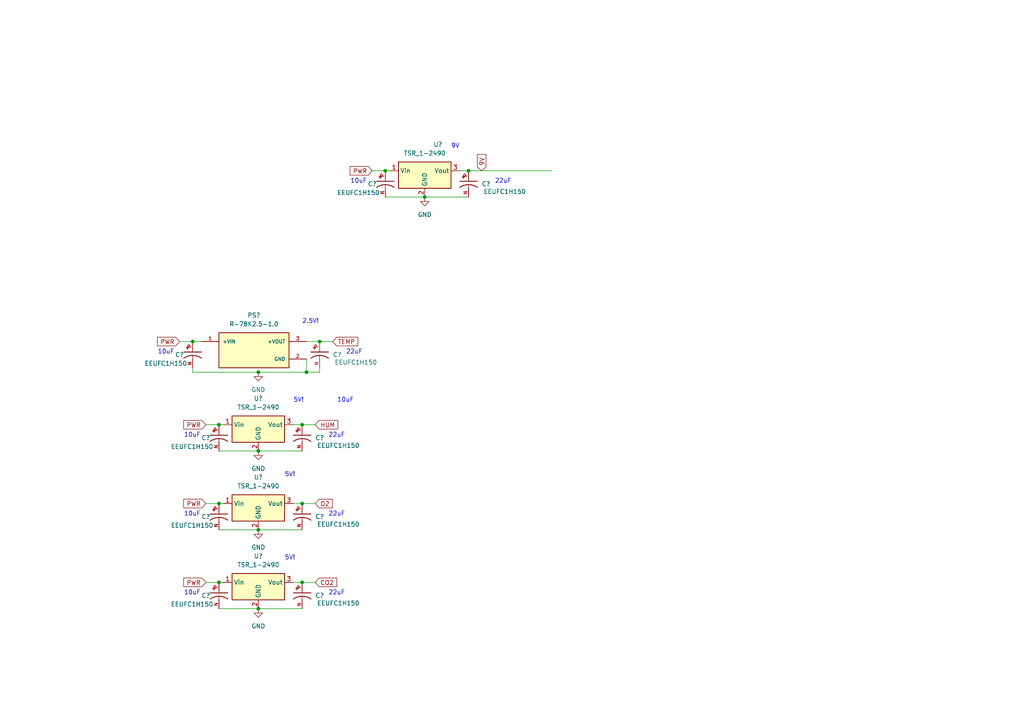
<source format=kicad_sch>
(kicad_sch (version 20211123) (generator eeschema)

  (uuid 20c6298d-9b7e-4eb8-9818-85d3b3851f75)

  (paper "A4")

  (lib_symbols
    (symbol "EEUFC1H150:EEUFC1H150" (pin_names (offset 1.016)) (in_bom yes) (on_board yes)
      (property "Reference" "C" (id 0) (at -2.54 3.81 0)
        (effects (font (size 1.27 1.27)) (justify left bottom))
      )
      (property "Value" "EEUFC1H150" (id 1) (at -2.54 -5.08 0)
        (effects (font (size 1.27 1.27)) (justify left bottom))
      )
      (property "Footprint" "CAPPRD200W50D500H1100" (id 2) (at 0 0 0)
        (effects (font (size 1.27 1.27)) (justify bottom) hide)
      )
      (property "Datasheet" "" (id 3) (at 0 0 0)
        (effects (font (size 1.27 1.27)) hide)
      )
      (property "MF" "PANASONIC" (id 4) (at 0 0 0)
        (effects (font (size 1.27 1.27)) (justify bottom) hide)
      )
      (property "b_max" "0.55" (id 5) (at 0 0 0)
        (effects (font (size 1.27 1.27)) (justify bottom) hide)
      )
      (property "DESCRIPTION" "FC-A" (id 6) (at 0 0 0)
        (effects (font (size 1.27 1.27)) (justify bottom) hide)
      )
      (property "b_nom" "0.5" (id 7) (at 0 0 0)
        (effects (font (size 1.27 1.27)) (justify bottom) hide)
      )
      (property "PARTREV" "20-DEC-19" (id 8) (at 0 0 0)
        (effects (font (size 1.27 1.27)) (justify bottom) hide)
      )
      (property "A_max" "11" (id 9) (at 0 0 0)
        (effects (font (size 1.27 1.27)) (justify bottom) hide)
      )
      (property "D_nom" "5" (id 10) (at 0 0 0)
        (effects (font (size 1.27 1.27)) (justify bottom) hide)
      )
      (property "e_nom" "2" (id 11) (at 0 0 0)
        (effects (font (size 1.27 1.27)) (justify bottom) hide)
      )
      (symbol "EEUFC1H150_0_0"
        (rectangle (start -1.173 -1.532) (end -0.284 -1.405)
          (stroke (width 0.1) (type default) (color 0 0 0 0))
          (fill (type outline))
        )
        (rectangle (start -0.792 -1.913) (end -0.665 -1.024)
          (stroke (width 0.1) (type default) (color 0 0 0 0))
          (fill (type outline))
        )
        (polyline
          (pts
            (xy 0 0)
            (xy 0.508 0)
          )
          (stroke (width 0.1524) (type default) (color 0 0 0 0))
          (fill (type none))
        )
        (polyline
          (pts
            (xy 0.508 0)
            (xy 0.508 -2.54)
          )
          (stroke (width 0.254) (type default) (color 0 0 0 0))
          (fill (type none))
        )
        (polyline
          (pts
            (xy 0.508 2.54)
            (xy 0.508 0)
          )
          (stroke (width 0.254) (type default) (color 0 0 0 0))
          (fill (type none))
        )
        (polyline
          (pts
            (xy 2.54 0)
            (xy 1.524 0)
          )
          (stroke (width 0.1524) (type default) (color 0 0 0 0))
          (fill (type none))
        )
        (arc (start 2.286 2.54) (mid 1.4851 0) (end 2.286 -2.54)
          (stroke (width 0.254) (type default) (color 0 0 0 0))
          (fill (type none))
        )
        (pin passive line (at 5.08 0 180) (length 2.54)
          (name "~" (effects (font (size 1.016 1.016))))
          (number "N" (effects (font (size 1.016 1.016))))
        )
        (pin passive line (at -2.54 0 0) (length 2.54)
          (name "~" (effects (font (size 1.016 1.016))))
          (number "P" (effects (font (size 1.016 1.016))))
        )
      )
    )
    (symbol "R-78K2.5-1.0:R-78K2.5-1.0" (pin_names (offset 1.016)) (in_bom yes) (on_board yes)
      (property "Reference" "PS" (id 0) (at -10.16 5.842 0)
        (effects (font (size 1.27 1.27)) (justify left bottom))
      )
      (property "Value" "R-78K2.5-1.0" (id 1) (at -10.16 -7.62 0)
        (effects (font (size 1.27 1.27)) (justify left bottom))
      )
      (property "Footprint" "CONV_R-78K2.5-1.0" (id 2) (at 0 0 0)
        (effects (font (size 1.27 1.27)) (justify bottom) hide)
      )
      (property "Datasheet" "" (id 3) (at 0 0 0)
        (effects (font (size 1.27 1.27)) hide)
      )
      (property "PARTREV" "0/2023" (id 4) (at 0 0 0)
        (effects (font (size 1.27 1.27)) (justify bottom) hide)
      )
      (property "SNAPEDA_PN" "R-78K5.0-1.0" (id 5) (at 0 0 0)
        (effects (font (size 1.27 1.27)) (justify bottom) hide)
      )
      (property "MANUFACTURER" "Recom Power" (id 6) (at 0 0 0)
        (effects (font (size 1.27 1.27)) (justify bottom) hide)
      )
      (property "MAXIMUM_PACKAGE_HEIGHT" "10.7mm" (id 7) (at 0 0 0)
        (effects (font (size 1.27 1.27)) (justify bottom) hide)
      )
      (property "STANDARD" "IPC-7351B" (id 8) (at 0 0 0)
        (effects (font (size 1.27 1.27)) (justify bottom) hide)
      )
      (symbol "R-78K2.5-1.0_0_0"
        (rectangle (start -10.16 -5.08) (end 10.16 5.08)
          (stroke (width 0.254) (type default) (color 0 0 0 0))
          (fill (type background))
        )
        (pin input line (at -15.24 2.54 0) (length 5.08)
          (name "+VIN" (effects (font (size 1.016 1.016))))
          (number "1" (effects (font (size 1.016 1.016))))
        )
        (pin power_in line (at 15.24 -2.54 180) (length 5.08)
          (name "GND" (effects (font (size 1.016 1.016))))
          (number "2" (effects (font (size 1.016 1.016))))
        )
        (pin output line (at 15.24 2.54 180) (length 5.08)
          (name "+VOUT" (effects (font (size 1.016 1.016))))
          (number "3" (effects (font (size 1.016 1.016))))
        )
      )
    )
    (symbol "Regulator_Switching:TSR_1-2490" (in_bom yes) (on_board yes)
      (property "Reference" "U" (id 0) (at -7.62 6.35 0)
        (effects (font (size 1.27 1.27)) (justify left))
      )
      (property "Value" "TSR_1-2490" (id 1) (at -1.27 6.35 0)
        (effects (font (size 1.27 1.27)) (justify left))
      )
      (property "Footprint" "Converter_DCDC:Converter_DCDC_TRACO_TSR-1_THT" (id 2) (at 0 -3.81 0)
        (effects (font (size 1.27 1.27) italic) (justify left) hide)
      )
      (property "Datasheet" "http://www.tracopower.com/products/tsr1.pdf" (id 3) (at 0 0 0)
        (effects (font (size 1.27 1.27)) hide)
      )
      (property "ki_keywords" "dc-dc traco buck" (id 4) (at 0 0 0)
        (effects (font (size 1.27 1.27)) hide)
      )
      (property "ki_description" "1A step-down regulator module, fixed 9V output voltage, 2-36V input voltage, -40°C to +85°C temperature range, TO-220 compatible LM78xx replacement" (id 5) (at 0 0 0)
        (effects (font (size 1.27 1.27)) hide)
      )
      (property "ki_fp_filters" "Converter*DCDC*TRACO*TSR?1*" (id 6) (at 0 0 0)
        (effects (font (size 1.27 1.27)) hide)
      )
      (symbol "TSR_1-2490_0_1"
        (rectangle (start -7.62 5.08) (end 7.62 -2.54)
          (stroke (width 0.254) (type default) (color 0 0 0 0))
          (fill (type background))
        )
      )
      (symbol "TSR_1-2490_1_1"
        (pin power_in line (at -10.16 2.54 0) (length 2.54)
          (name "Vin" (effects (font (size 1.27 1.27))))
          (number "1" (effects (font (size 1.27 1.27))))
        )
        (pin power_in line (at 0 -5.08 90) (length 2.54)
          (name "GND" (effects (font (size 1.27 1.27))))
          (number "2" (effects (font (size 1.27 1.27))))
        )
        (pin power_out line (at 10.16 2.54 180) (length 2.54)
          (name "Vout" (effects (font (size 1.27 1.27))))
          (number "3" (effects (font (size 1.27 1.27))))
        )
      )
    )
    (symbol "power:GND" (power) (pin_names (offset 0)) (in_bom yes) (on_board yes)
      (property "Reference" "#PWR" (id 0) (at 0 -6.35 0)
        (effects (font (size 1.27 1.27)) hide)
      )
      (property "Value" "GND" (id 1) (at 0 -3.81 0)
        (effects (font (size 1.27 1.27)))
      )
      (property "Footprint" "" (id 2) (at 0 0 0)
        (effects (font (size 1.27 1.27)) hide)
      )
      (property "Datasheet" "" (id 3) (at 0 0 0)
        (effects (font (size 1.27 1.27)) hide)
      )
      (property "ki_keywords" "power-flag" (id 4) (at 0 0 0)
        (effects (font (size 1.27 1.27)) hide)
      )
      (property "ki_description" "Power symbol creates a global label with name \"GND\" , ground" (id 5) (at 0 0 0)
        (effects (font (size 1.27 1.27)) hide)
      )
      (symbol "GND_0_1"
        (polyline
          (pts
            (xy 0 0)
            (xy 0 -1.27)
            (xy 1.27 -1.27)
            (xy 0 -2.54)
            (xy -1.27 -1.27)
            (xy 0 -1.27)
          )
          (stroke (width 0) (type default) (color 0 0 0 0))
          (fill (type none))
        )
      )
      (symbol "GND_1_1"
        (pin power_in line (at 0 0 270) (length 0) hide
          (name "GND" (effects (font (size 1.27 1.27))))
          (number "1" (effects (font (size 1.27 1.27))))
        )
      )
    )
  )

  (junction (at 63.5 123.19) (diameter 0) (color 0 0 0 0)
    (uuid 00220cbf-d335-419a-a902-6bcde67cbd1a)
  )
  (junction (at 63.5 146.05) (diameter 0) (color 0 0 0 0)
    (uuid 16546ba5-c4f2-44fc-9e9e-feef5b0d6061)
  )
  (junction (at 74.93 130.81) (diameter 0) (color 0 0 0 0)
    (uuid 1c6460a7-cf7c-47f0-8f87-47321c3b864b)
  )
  (junction (at 123.19 57.15) (diameter 0) (color 0 0 0 0)
    (uuid 243d8be7-18b2-4ec6-a853-bc153ee0a919)
  )
  (junction (at 55.88 99.06) (diameter 0) (color 0 0 0 0)
    (uuid 3cd0139e-f785-4eef-b3b3-097732993766)
  )
  (junction (at 135.89 49.53) (diameter 0) (color 0 0 0 0)
    (uuid 41678180-32e9-4172-a2e8-90b174d016cf)
  )
  (junction (at 63.5 168.91) (diameter 0) (color 0 0 0 0)
    (uuid 74aef61d-c64b-4d4f-a411-a3ff9964c1e9)
  )
  (junction (at 87.63 146.05) (diameter 0) (color 0 0 0 0)
    (uuid 799be710-5a4a-40ce-881b-c9b8e079774b)
  )
  (junction (at 87.63 123.19) (diameter 0) (color 0 0 0 0)
    (uuid 8476a218-db24-4a85-9a17-ff9fb2630b10)
  )
  (junction (at 92.71 99.06) (diameter 0) (color 0 0 0 0)
    (uuid 854725db-295a-4613-a817-3a40d31d5ec2)
  )
  (junction (at 111.76 49.53) (diameter 0) (color 0 0 0 0)
    (uuid a09ba800-a34c-423f-b84f-02a7b65439ff)
  )
  (junction (at 74.93 153.67) (diameter 0) (color 0 0 0 0)
    (uuid aa9f789c-82f4-4c7e-9405-0ec2547da1cb)
  )
  (junction (at 88.9 107.95) (diameter 0) (color 0 0 0 0)
    (uuid c4dd0d1c-c6af-4baa-97cd-af5d523441a0)
  )
  (junction (at 74.93 107.95) (diameter 0) (color 0 0 0 0)
    (uuid c6adb605-f093-4ddf-9065-a541ace08860)
  )
  (junction (at 87.63 168.91) (diameter 0) (color 0 0 0 0)
    (uuid cc0a6af0-5d76-4091-8ed0-f0b675160bd4)
  )
  (junction (at 74.93 176.53) (diameter 0) (color 0 0 0 0)
    (uuid f3e7d0dc-2b67-4d8e-89b3-ca242cdab075)
  )

  (wire (pts (xy 111.76 57.15) (xy 123.19 57.15))
    (stroke (width 0) (type default) (color 0 0 0 0))
    (uuid 0115acdd-71b7-4cc5-81da-75bac7592c2c)
  )
  (wire (pts (xy 92.71 107.95) (xy 92.71 106.68))
    (stroke (width 0) (type default) (color 0 0 0 0))
    (uuid 043dd271-812e-4501-8912-91313e4cc791)
  )
  (wire (pts (xy 63.5 176.53) (xy 74.93 176.53))
    (stroke (width 0) (type default) (color 0 0 0 0))
    (uuid 0c8297c4-e7ab-4650-afa7-0c6dac07d67b)
  )
  (wire (pts (xy 91.44 168.91) (xy 87.63 168.91))
    (stroke (width 0) (type default) (color 0 0 0 0))
    (uuid 190fa417-c70c-4978-b507-bf17cb9870fb)
  )
  (wire (pts (xy 63.5 168.91) (xy 64.77 168.91))
    (stroke (width 0) (type default) (color 0 0 0 0))
    (uuid 27ce5c54-7bbd-4d30-a2fa-12080e09c7c4)
  )
  (wire (pts (xy 55.88 107.95) (xy 55.88 106.68))
    (stroke (width 0) (type default) (color 0 0 0 0))
    (uuid 2e985a05-7a45-4e40-8b51-d5c1ad8a79ba)
  )
  (wire (pts (xy 63.5 146.05) (xy 64.77 146.05))
    (stroke (width 0) (type default) (color 0 0 0 0))
    (uuid 3dccc415-fc2a-41a4-8e37-021cb38cd440)
  )
  (wire (pts (xy 96.52 99.06) (xy 92.71 99.06))
    (stroke (width 0) (type default) (color 0 0 0 0))
    (uuid 48695dc1-8a5f-425d-ac49-f2967d863d28)
  )
  (wire (pts (xy 91.44 123.19) (xy 87.63 123.19))
    (stroke (width 0) (type default) (color 0 0 0 0))
    (uuid 57f59d05-2244-404b-aeb1-0f4b8482db80)
  )
  (wire (pts (xy 52.07 99.06) (xy 55.88 99.06))
    (stroke (width 0) (type default) (color 0 0 0 0))
    (uuid 66807b43-8e75-47fa-b2da-6ce4a26f76f6)
  )
  (wire (pts (xy 87.63 168.91) (xy 85.09 168.91))
    (stroke (width 0) (type default) (color 0 0 0 0))
    (uuid 6ba07940-07fb-4c89-b721-b70836d0ab3c)
  )
  (wire (pts (xy 87.63 146.05) (xy 85.09 146.05))
    (stroke (width 0) (type default) (color 0 0 0 0))
    (uuid 6ef90221-f04b-4086-a8a3-95b7dbe81e29)
  )
  (wire (pts (xy 55.88 107.95) (xy 74.93 107.95))
    (stroke (width 0) (type default) (color 0 0 0 0))
    (uuid 78548096-234f-4544-91e4-b51fe9abe978)
  )
  (wire (pts (xy 135.89 49.53) (xy 160.02 49.53))
    (stroke (width 0) (type default) (color 0 0 0 0))
    (uuid 86d8ad2e-549b-43da-bb56-78a19f8891f6)
  )
  (wire (pts (xy 123.19 57.15) (xy 135.89 57.15))
    (stroke (width 0) (type default) (color 0 0 0 0))
    (uuid 8b6efb89-f5e2-4e04-9e0d-9a4d44200fc4)
  )
  (wire (pts (xy 107.95 49.53) (xy 111.76 49.53))
    (stroke (width 0) (type default) (color 0 0 0 0))
    (uuid 8cfa0bc1-b7ee-4e0d-a075-67608772e143)
  )
  (wire (pts (xy 88.9 104.14) (xy 88.9 107.95))
    (stroke (width 0) (type default) (color 0 0 0 0))
    (uuid 96fed804-bdd4-4dd0-8f06-ea4db1eefd60)
  )
  (wire (pts (xy 74.93 130.81) (xy 87.63 130.81))
    (stroke (width 0) (type default) (color 0 0 0 0))
    (uuid 99747adf-4bed-438f-a830-9f63388de0d0)
  )
  (wire (pts (xy 91.44 146.05) (xy 87.63 146.05))
    (stroke (width 0) (type default) (color 0 0 0 0))
    (uuid 9df65c4a-4ec9-417b-a602-345f5a99ca32)
  )
  (wire (pts (xy 63.5 153.67) (xy 74.93 153.67))
    (stroke (width 0) (type default) (color 0 0 0 0))
    (uuid 9e72d55d-5a46-4bb0-b686-03062a225335)
  )
  (wire (pts (xy 55.88 99.06) (xy 58.42 99.06))
    (stroke (width 0) (type default) (color 0 0 0 0))
    (uuid 9fd78cc9-0f88-4c54-b1f8-a05f80aedd2d)
  )
  (wire (pts (xy 74.93 153.67) (xy 87.63 153.67))
    (stroke (width 0) (type default) (color 0 0 0 0))
    (uuid a4358b9c-5cf4-4602-97b4-b4c3bc813054)
  )
  (wire (pts (xy 88.9 99.06) (xy 92.71 99.06))
    (stroke (width 0) (type default) (color 0 0 0 0))
    (uuid a64835e7-bf2e-4dd7-92c6-61076016b440)
  )
  (wire (pts (xy 74.93 176.53) (xy 87.63 176.53))
    (stroke (width 0) (type default) (color 0 0 0 0))
    (uuid aa7920f2-c9ed-4c4c-8fd4-929c2d47745f)
  )
  (wire (pts (xy 59.69 123.19) (xy 63.5 123.19))
    (stroke (width 0) (type default) (color 0 0 0 0))
    (uuid b0fb98f5-67af-42e9-9b9e-35d8ef656d3c)
  )
  (wire (pts (xy 111.76 49.53) (xy 113.03 49.53))
    (stroke (width 0) (type default) (color 0 0 0 0))
    (uuid ba0e0e2b-b928-4d1f-9140-0e2847059c99)
  )
  (wire (pts (xy 63.5 130.81) (xy 74.93 130.81))
    (stroke (width 0) (type default) (color 0 0 0 0))
    (uuid bd8e2e77-fdb6-44bd-aff4-1f54b61eabcb)
  )
  (wire (pts (xy 74.93 107.95) (xy 88.9 107.95))
    (stroke (width 0) (type default) (color 0 0 0 0))
    (uuid be44182f-77d3-43f7-abc5-7f0a1d61f098)
  )
  (wire (pts (xy 63.5 123.19) (xy 64.77 123.19))
    (stroke (width 0) (type default) (color 0 0 0 0))
    (uuid c1109be6-3f8d-4fb9-b6e4-a6b72052b7fa)
  )
  (wire (pts (xy 87.63 123.19) (xy 85.09 123.19))
    (stroke (width 0) (type default) (color 0 0 0 0))
    (uuid c2e53b2c-b559-46eb-8729-24adf78eed98)
  )
  (wire (pts (xy 59.69 146.05) (xy 63.5 146.05))
    (stroke (width 0) (type default) (color 0 0 0 0))
    (uuid c7251ac8-6997-4db8-bb53-b4580ffba1ee)
  )
  (wire (pts (xy 135.89 49.53) (xy 133.35 49.53))
    (stroke (width 0) (type default) (color 0 0 0 0))
    (uuid cfbd16b6-17eb-4875-b874-2b42f7ec94aa)
  )
  (wire (pts (xy 59.69 168.91) (xy 63.5 168.91))
    (stroke (width 0) (type default) (color 0 0 0 0))
    (uuid d517cb7d-d1ab-4228-b39a-3a61e96e6d8b)
  )
  (wire (pts (xy 88.9 107.95) (xy 92.71 107.95))
    (stroke (width 0) (type default) (color 0 0 0 0))
    (uuid f7a3978a-199e-472b-b390-956c7c8c4dde)
  )

  (text "22uF" (at 95.25 172.72 0)
    (effects (font (size 1.27 1.27)) (justify left bottom))
    (uuid 04af9909-735b-432f-aac4-f62f802365a3)
  )
  (text "10uF" (at 53.34 127 0)
    (effects (font (size 1.27 1.27)) (justify left bottom))
    (uuid 0f893fd5-bcd7-4fb8-bd74-36bf9e63a8c7)
  )
  (text "2.5V!" (at 87.63 93.98 0)
    (effects (font (size 1.27 1.27)) (justify left bottom))
    (uuid 33b56214-c393-4290-9d1a-eee5f7432c7a)
  )
  (text "10uF" (at 101.6 53.34 0)
    (effects (font (size 1.27 1.27)) (justify left bottom))
    (uuid 3f583415-24c3-4c02-a181-0fe665e48bf4)
  )
  (text "22uF" (at 143.51 53.34 0)
    (effects (font (size 1.27 1.27)) (justify left bottom))
    (uuid 519a8256-bd38-4e10-8583-245be74ce96b)
  )
  (text "22uF" (at 95.25 149.86 0)
    (effects (font (size 1.27 1.27)) (justify left bottom))
    (uuid 5a883fc9-dd49-4dbc-9ea2-32e533cd4a49)
  )
  (text "22uF" (at 100.33 102.87 0)
    (effects (font (size 1.27 1.27)) (justify left bottom))
    (uuid 5ecde075-06b5-4299-a21e-4a5e33f9407f)
  )
  (text "5V!" (at 82.55 138.43 0)
    (effects (font (size 1.27 1.27)) (justify left bottom))
    (uuid 69554db4-fdfe-4829-a216-fbecde0ee7e3)
  )
  (text "22uF" (at 95.25 127 0)
    (effects (font (size 1.27 1.27)) (justify left bottom))
    (uuid 6e03a290-bc7f-458c-8892-7f184489516f)
  )
  (text "5V!" (at 85.09 116.84 0)
    (effects (font (size 1.27 1.27)) (justify left bottom))
    (uuid a24cc5d3-b583-4c04-8494-765876bbc64d)
  )
  (text "10uF" (at 45.72 102.87 0)
    (effects (font (size 1.27 1.27)) (justify left bottom))
    (uuid b3d35241-ba07-4a05-a523-5b52172f3ec1)
  )
  (text "10uF" (at 53.34 172.72 0)
    (effects (font (size 1.27 1.27)) (justify left bottom))
    (uuid d743d797-91c2-493d-99c5-62ad5a6fb6cc)
  )
  (text "9V" (at 130.81 43.18 0)
    (effects (font (size 1.27 1.27)) (justify left bottom))
    (uuid e350d658-9d5d-4dd6-9fac-823defae58cd)
  )
  (text "10uF" (at 53.34 149.86 0)
    (effects (font (size 1.27 1.27)) (justify left bottom))
    (uuid f70edc16-3587-4a09-9e0e-7cae63413fac)
  )
  (text "10uF" (at 97.79 116.84 0)
    (effects (font (size 1.27 1.27)) (justify left bottom))
    (uuid ff92b0b0-e451-4d8c-9553-94d175df9f5a)
  )
  (text "5V!" (at 82.55 162.56 0)
    (effects (font (size 1.27 1.27)) (justify left bottom))
    (uuid ffa5d6c1-0424-40eb-abf8-ee1e59408fc7)
  )

  (global_label "PWR" (shape input) (at 52.07 99.06 180) (fields_autoplaced)
    (effects (font (size 1.27 1.27)) (justify right))
    (uuid 0dd3b2fc-25ce-4582-85d2-53c6704d9fe4)
    (property "Intersheet References" "${INTERSHEET_REFS}" (id 0) (at 45.6655 98.9806 0)
      (effects (font (size 1.27 1.27)) (justify right) hide)
    )
  )
  (global_label "TEMP" (shape input) (at 96.52 99.06 0) (fields_autoplaced)
    (effects (font (size 1.27 1.27)) (justify left))
    (uuid 18d57033-9e1d-44d1-8440-dfcb66acd8e8)
    (property "Intersheet References" "${INTERSHEET_REFS}" (id 0) (at 103.7712 98.9806 0)
      (effects (font (size 1.27 1.27)) (justify left) hide)
    )
  )
  (global_label "CO2" (shape input) (at 91.44 168.91 0) (fields_autoplaced)
    (effects (font (size 1.27 1.27)) (justify left))
    (uuid 21019539-ca10-4deb-b6fe-e52fc8264d3a)
    (property "Intersheet References" "${INTERSHEET_REFS}" (id 0) (at 97.6631 168.8306 0)
      (effects (font (size 1.27 1.27)) (justify left) hide)
    )
  )
  (global_label "O2" (shape input) (at 91.44 146.05 0) (fields_autoplaced)
    (effects (font (size 1.27 1.27)) (justify left))
    (uuid 4059b565-bc9f-4b8c-85ff-644920184178)
    (property "Intersheet References" "${INTERSHEET_REFS}" (id 0) (at 96.3931 145.9706 0)
      (effects (font (size 1.27 1.27)) (justify left) hide)
    )
  )
  (global_label "PWR" (shape input) (at 107.95 49.53 180) (fields_autoplaced)
    (effects (font (size 1.27 1.27)) (justify right))
    (uuid 4a514f88-82e1-493d-b3eb-e3344ba3182c)
    (property "Intersheet References" "${INTERSHEET_REFS}" (id 0) (at 101.5455 49.4506 0)
      (effects (font (size 1.27 1.27)) (justify right) hide)
    )
  )
  (global_label "HUM" (shape input) (at 91.44 123.19 0) (fields_autoplaced)
    (effects (font (size 1.27 1.27)) (justify left))
    (uuid 8fbd2e2e-0a3d-4cec-950f-a4f0e69d566e)
    (property "Intersheet References" "${INTERSHEET_REFS}" (id 0) (at 97.9655 123.1106 0)
      (effects (font (size 1.27 1.27)) (justify left) hide)
    )
  )
  (global_label "PWR" (shape input) (at 59.69 123.19 180) (fields_autoplaced)
    (effects (font (size 1.27 1.27)) (justify right))
    (uuid cacf71f5-d5a0-461b-95c2-420f75200d7b)
    (property "Intersheet References" "${INTERSHEET_REFS}" (id 0) (at 53.2855 123.1106 0)
      (effects (font (size 1.27 1.27)) (justify right) hide)
    )
  )
  (global_label "9V" (shape input) (at 139.7 49.53 90) (fields_autoplaced)
    (effects (font (size 1.27 1.27)) (justify left))
    (uuid d622be43-6078-481e-b78d-15ebbfd54c37)
    (property "Intersheet References" "${INTERSHEET_REFS}" (id 0) (at 139.6206 44.8188 90)
      (effects (font (size 1.27 1.27)) (justify left) hide)
    )
  )
  (global_label "PWR" (shape input) (at 59.69 146.05 180) (fields_autoplaced)
    (effects (font (size 1.27 1.27)) (justify right))
    (uuid e1b9f74d-97be-4f6d-aad3-540e66fef35c)
    (property "Intersheet References" "${INTERSHEET_REFS}" (id 0) (at 53.2855 145.9706 0)
      (effects (font (size 1.27 1.27)) (justify right) hide)
    )
  )
  (global_label "PWR" (shape input) (at 59.69 168.91 180) (fields_autoplaced)
    (effects (font (size 1.27 1.27)) (justify right))
    (uuid fe97c809-0259-4b8e-a1a9-99e3aa1f7093)
    (property "Intersheet References" "${INTERSHEET_REFS}" (id 0) (at 53.2855 168.8306 0)
      (effects (font (size 1.27 1.27)) (justify right) hide)
    )
  )

  (symbol (lib_id "power:GND") (at 74.93 176.53 0) (unit 1)
    (in_bom yes) (on_board yes) (fields_autoplaced)
    (uuid 14be868b-73ee-428a-bef5-f9f50ea086f2)
    (property "Reference" "#PWR?" (id 0) (at 74.93 182.88 0)
      (effects (font (size 1.27 1.27)) hide)
    )
    (property "Value" "GND" (id 1) (at 74.93 181.61 0))
    (property "Footprint" "" (id 2) (at 74.93 176.53 0)
      (effects (font (size 1.27 1.27)) hide)
    )
    (property "Datasheet" "" (id 3) (at 74.93 176.53 0)
      (effects (font (size 1.27 1.27)) hide)
    )
    (pin "1" (uuid d5dfa083-c74f-45e0-9433-9c79701b85f0))
  )

  (symbol (lib_id "Regulator_Switching:TSR_1-2490") (at 74.93 125.73 0) (unit 1)
    (in_bom yes) (on_board yes) (fields_autoplaced)
    (uuid 17a04286-dbde-486e-b219-7cd669b4a673)
    (property "Reference" "U?" (id 0) (at 74.93 115.57 0))
    (property "Value" "TSR_1-2490" (id 1) (at 74.93 118.11 0))
    (property "Footprint" "Converter_DCDC:Converter_DCDC_TRACO_TSR-1_THT" (id 2) (at 74.93 129.54 0)
      (effects (font (size 1.27 1.27) italic) (justify left) hide)
    )
    (property "Datasheet" "http://www.tracopower.com/products/tsr1.pdf" (id 3) (at 74.93 125.73 0)
      (effects (font (size 1.27 1.27)) hide)
    )
    (pin "1" (uuid 5181ae79-4647-4e1f-a6bc-f252ff03d39b))
    (pin "2" (uuid 5e4856a4-288f-4f98-a83e-fe10669e142c))
    (pin "3" (uuid 0d499db4-020b-45bf-925f-ad263dbed258))
  )

  (symbol (lib_id "R-78K2.5-1.0:R-78K2.5-1.0") (at 73.66 101.6 0) (unit 1)
    (in_bom yes) (on_board yes) (fields_autoplaced)
    (uuid 2e051cd3-f481-45c3-a787-d0009179e992)
    (property "Reference" "PS?" (id 0) (at 73.66 91.44 0))
    (property "Value" "R-78K2.5-1.0" (id 1) (at 73.66 93.98 0))
    (property "Footprint" "CONV_R-78K2.5-1.0" (id 2) (at 73.66 101.6 0)
      (effects (font (size 1.27 1.27)) (justify bottom) hide)
    )
    (property "Datasheet" "" (id 3) (at 73.66 101.6 0)
      (effects (font (size 1.27 1.27)) hide)
    )
    (property "PARTREV" "0/2023" (id 4) (at 73.66 101.6 0)
      (effects (font (size 1.27 1.27)) (justify bottom) hide)
    )
    (property "SNAPEDA_PN" "R-78K5.0-1.0" (id 5) (at 73.66 101.6 0)
      (effects (font (size 1.27 1.27)) (justify bottom) hide)
    )
    (property "MANUFACTURER" "Recom Power" (id 6) (at 73.66 101.6 0)
      (effects (font (size 1.27 1.27)) (justify bottom) hide)
    )
    (property "MAXIMUM_PACKAGE_HEIGHT" "10.7mm" (id 7) (at 73.66 101.6 0)
      (effects (font (size 1.27 1.27)) (justify bottom) hide)
    )
    (property "STANDARD" "IPC-7351B" (id 8) (at 73.66 101.6 0)
      (effects (font (size 1.27 1.27)) (justify bottom) hide)
    )
    (pin "1" (uuid a6125e8d-967c-40f2-a1cf-ee4e2ecb1174))
    (pin "2" (uuid 32d123f0-d169-4175-8b10-ccb9ab00e88b))
    (pin "3" (uuid d45b0965-7a53-4163-b53c-2680f996ba13))
  )

  (symbol (lib_id "EEUFC1H150:EEUFC1H150") (at 87.63 171.45 270) (unit 1)
    (in_bom yes) (on_board yes)
    (uuid 3e9b3b5e-f6c0-4374-9b83-a2b2a7d83bab)
    (property "Reference" "C?" (id 0) (at 91.44 172.72 90)
      (effects (font (size 1.27 1.27)) (justify left))
    )
    (property "Value" "EEUFC1H150" (id 1) (at 91.9476 174.9455 90)
      (effects (font (size 1.27 1.27)) (justify left))
    )
    (property "Footprint" "CAPPRD200W50D500H1100" (id 2) (at 87.63 171.45 0)
      (effects (font (size 1.27 1.27)) (justify bottom) hide)
    )
    (property "Datasheet" "" (id 3) (at 87.63 171.45 0)
      (effects (font (size 1.27 1.27)) hide)
    )
    (property "MF" "PANASONIC" (id 4) (at 87.63 171.45 0)
      (effects (font (size 1.27 1.27)) (justify bottom) hide)
    )
    (property "b_max" "0.55" (id 5) (at 87.63 171.45 0)
      (effects (font (size 1.27 1.27)) (justify bottom) hide)
    )
    (property "DESCRIPTION" "FC-A" (id 6) (at 87.63 171.45 0)
      (effects (font (size 1.27 1.27)) (justify bottom) hide)
    )
    (property "b_nom" "0.5" (id 7) (at 87.63 171.45 0)
      (effects (font (size 1.27 1.27)) (justify bottom) hide)
    )
    (property "PARTREV" "20-DEC-19" (id 8) (at 87.63 171.45 0)
      (effects (font (size 1.27 1.27)) (justify bottom) hide)
    )
    (property "A_max" "11" (id 9) (at 87.63 171.45 0)
      (effects (font (size 1.27 1.27)) (justify bottom) hide)
    )
    (property "D_nom" "5" (id 10) (at 87.63 171.45 0)
      (effects (font (size 1.27 1.27)) (justify bottom) hide)
    )
    (property "e_nom" "2" (id 11) (at 87.63 171.45 0)
      (effects (font (size 1.27 1.27)) (justify bottom) hide)
    )
    (pin "N" (uuid da702962-0aef-4cb7-8ae0-221009781326))
    (pin "P" (uuid 86a0961e-5e0e-4395-9fe3-1730b2567c8f))
  )

  (symbol (lib_id "EEUFC1H150:EEUFC1H150") (at 111.76 52.07 270) (unit 1)
    (in_bom yes) (on_board yes)
    (uuid 40d9efb5-f734-472b-8e8b-bac3e0e906d9)
    (property "Reference" "C?" (id 0) (at 106.68 53.34 90)
      (effects (font (size 1.27 1.27)) (justify left))
    )
    (property "Value" "EEUFC1H150" (id 1) (at 97.79 55.88 90)
      (effects (font (size 1.27 1.27)) (justify left))
    )
    (property "Footprint" "CAPPRD200W50D500H1100" (id 2) (at 111.76 52.07 0)
      (effects (font (size 1.27 1.27)) (justify bottom) hide)
    )
    (property "Datasheet" "" (id 3) (at 111.76 52.07 0)
      (effects (font (size 1.27 1.27)) hide)
    )
    (property "MF" "PANASONIC" (id 4) (at 111.76 52.07 0)
      (effects (font (size 1.27 1.27)) (justify bottom) hide)
    )
    (property "b_max" "0.55" (id 5) (at 111.76 52.07 0)
      (effects (font (size 1.27 1.27)) (justify bottom) hide)
    )
    (property "DESCRIPTION" "FC-A" (id 6) (at 111.76 52.07 0)
      (effects (font (size 1.27 1.27)) (justify bottom) hide)
    )
    (property "b_nom" "0.5" (id 7) (at 111.76 52.07 0)
      (effects (font (size 1.27 1.27)) (justify bottom) hide)
    )
    (property "PARTREV" "20-DEC-19" (id 8) (at 111.76 52.07 0)
      (effects (font (size 1.27 1.27)) (justify bottom) hide)
    )
    (property "A_max" "11" (id 9) (at 111.76 52.07 0)
      (effects (font (size 1.27 1.27)) (justify bottom) hide)
    )
    (property "D_nom" "5" (id 10) (at 111.76 52.07 0)
      (effects (font (size 1.27 1.27)) (justify bottom) hide)
    )
    (property "e_nom" "2" (id 11) (at 111.76 52.07 0)
      (effects (font (size 1.27 1.27)) (justify bottom) hide)
    )
    (pin "N" (uuid 82e0bafe-efe3-4082-aa31-e8863c67dd3a))
    (pin "P" (uuid fad8c19a-2586-446b-8623-c28b68c6cd8b))
  )

  (symbol (lib_id "EEUFC1H150:EEUFC1H150") (at 87.63 148.59 270) (unit 1)
    (in_bom yes) (on_board yes)
    (uuid 54847c8e-94a4-44e9-b4bf-d09b9718d62d)
    (property "Reference" "C?" (id 0) (at 91.44 149.86 90)
      (effects (font (size 1.27 1.27)) (justify left))
    )
    (property "Value" "EEUFC1H150" (id 1) (at 91.9476 152.0855 90)
      (effects (font (size 1.27 1.27)) (justify left))
    )
    (property "Footprint" "CAPPRD200W50D500H1100" (id 2) (at 87.63 148.59 0)
      (effects (font (size 1.27 1.27)) (justify bottom) hide)
    )
    (property "Datasheet" "" (id 3) (at 87.63 148.59 0)
      (effects (font (size 1.27 1.27)) hide)
    )
    (property "MF" "PANASONIC" (id 4) (at 87.63 148.59 0)
      (effects (font (size 1.27 1.27)) (justify bottom) hide)
    )
    (property "b_max" "0.55" (id 5) (at 87.63 148.59 0)
      (effects (font (size 1.27 1.27)) (justify bottom) hide)
    )
    (property "DESCRIPTION" "FC-A" (id 6) (at 87.63 148.59 0)
      (effects (font (size 1.27 1.27)) (justify bottom) hide)
    )
    (property "b_nom" "0.5" (id 7) (at 87.63 148.59 0)
      (effects (font (size 1.27 1.27)) (justify bottom) hide)
    )
    (property "PARTREV" "20-DEC-19" (id 8) (at 87.63 148.59 0)
      (effects (font (size 1.27 1.27)) (justify bottom) hide)
    )
    (property "A_max" "11" (id 9) (at 87.63 148.59 0)
      (effects (font (size 1.27 1.27)) (justify bottom) hide)
    )
    (property "D_nom" "5" (id 10) (at 87.63 148.59 0)
      (effects (font (size 1.27 1.27)) (justify bottom) hide)
    )
    (property "e_nom" "2" (id 11) (at 87.63 148.59 0)
      (effects (font (size 1.27 1.27)) (justify bottom) hide)
    )
    (pin "N" (uuid e8486240-543a-4ba0-ab9b-8bb98a201aba))
    (pin "P" (uuid fb79b99f-6fda-4f9b-b612-8e0c00e2a7b2))
  )

  (symbol (lib_id "EEUFC1H150:EEUFC1H150") (at 63.5 171.45 270) (unit 1)
    (in_bom yes) (on_board yes)
    (uuid 55e4b4b0-0508-4f8a-8939-726c2c839cf6)
    (property "Reference" "C?" (id 0) (at 58.42 172.72 90)
      (effects (font (size 1.27 1.27)) (justify left))
    )
    (property "Value" "EEUFC1H150" (id 1) (at 49.53 175.26 90)
      (effects (font (size 1.27 1.27)) (justify left))
    )
    (property "Footprint" "CAPPRD200W50D500H1100" (id 2) (at 63.5 171.45 0)
      (effects (font (size 1.27 1.27)) (justify bottom) hide)
    )
    (property "Datasheet" "" (id 3) (at 63.5 171.45 0)
      (effects (font (size 1.27 1.27)) hide)
    )
    (property "MF" "PANASONIC" (id 4) (at 63.5 171.45 0)
      (effects (font (size 1.27 1.27)) (justify bottom) hide)
    )
    (property "b_max" "0.55" (id 5) (at 63.5 171.45 0)
      (effects (font (size 1.27 1.27)) (justify bottom) hide)
    )
    (property "DESCRIPTION" "FC-A" (id 6) (at 63.5 171.45 0)
      (effects (font (size 1.27 1.27)) (justify bottom) hide)
    )
    (property "b_nom" "0.5" (id 7) (at 63.5 171.45 0)
      (effects (font (size 1.27 1.27)) (justify bottom) hide)
    )
    (property "PARTREV" "20-DEC-19" (id 8) (at 63.5 171.45 0)
      (effects (font (size 1.27 1.27)) (justify bottom) hide)
    )
    (property "A_max" "11" (id 9) (at 63.5 171.45 0)
      (effects (font (size 1.27 1.27)) (justify bottom) hide)
    )
    (property "D_nom" "5" (id 10) (at 63.5 171.45 0)
      (effects (font (size 1.27 1.27)) (justify bottom) hide)
    )
    (property "e_nom" "2" (id 11) (at 63.5 171.45 0)
      (effects (font (size 1.27 1.27)) (justify bottom) hide)
    )
    (pin "N" (uuid d0bd05bd-c841-4d9f-97c7-468207abb1de))
    (pin "P" (uuid d42a8fdc-8b70-4daf-bf10-98390656f3a2))
  )

  (symbol (lib_id "EEUFC1H150:EEUFC1H150") (at 87.63 125.73 270) (unit 1)
    (in_bom yes) (on_board yes)
    (uuid 6f589dfb-ba28-4f68-8f94-d72b5589afee)
    (property "Reference" "C?" (id 0) (at 91.44 127 90)
      (effects (font (size 1.27 1.27)) (justify left))
    )
    (property "Value" "EEUFC1H150" (id 1) (at 91.9476 129.2255 90)
      (effects (font (size 1.27 1.27)) (justify left))
    )
    (property "Footprint" "CAPPRD200W50D500H1100" (id 2) (at 87.63 125.73 0)
      (effects (font (size 1.27 1.27)) (justify bottom) hide)
    )
    (property "Datasheet" "" (id 3) (at 87.63 125.73 0)
      (effects (font (size 1.27 1.27)) hide)
    )
    (property "MF" "PANASONIC" (id 4) (at 87.63 125.73 0)
      (effects (font (size 1.27 1.27)) (justify bottom) hide)
    )
    (property "b_max" "0.55" (id 5) (at 87.63 125.73 0)
      (effects (font (size 1.27 1.27)) (justify bottom) hide)
    )
    (property "DESCRIPTION" "FC-A" (id 6) (at 87.63 125.73 0)
      (effects (font (size 1.27 1.27)) (justify bottom) hide)
    )
    (property "b_nom" "0.5" (id 7) (at 87.63 125.73 0)
      (effects (font (size 1.27 1.27)) (justify bottom) hide)
    )
    (property "PARTREV" "20-DEC-19" (id 8) (at 87.63 125.73 0)
      (effects (font (size 1.27 1.27)) (justify bottom) hide)
    )
    (property "A_max" "11" (id 9) (at 87.63 125.73 0)
      (effects (font (size 1.27 1.27)) (justify bottom) hide)
    )
    (property "D_nom" "5" (id 10) (at 87.63 125.73 0)
      (effects (font (size 1.27 1.27)) (justify bottom) hide)
    )
    (property "e_nom" "2" (id 11) (at 87.63 125.73 0)
      (effects (font (size 1.27 1.27)) (justify bottom) hide)
    )
    (pin "N" (uuid ec4ee2e7-d953-4e52-9a0a-544d8375c394))
    (pin "P" (uuid 00e1b5c8-e56b-4d87-a649-95383c7337b9))
  )

  (symbol (lib_id "power:GND") (at 123.19 57.15 0) (unit 1)
    (in_bom yes) (on_board yes) (fields_autoplaced)
    (uuid 785e3965-6e2d-4228-bbf9-d647cd1082b3)
    (property "Reference" "#PWR?" (id 0) (at 123.19 63.5 0)
      (effects (font (size 1.27 1.27)) hide)
    )
    (property "Value" "GND" (id 1) (at 123.19 62.23 0))
    (property "Footprint" "" (id 2) (at 123.19 57.15 0)
      (effects (font (size 1.27 1.27)) hide)
    )
    (property "Datasheet" "" (id 3) (at 123.19 57.15 0)
      (effects (font (size 1.27 1.27)) hide)
    )
    (pin "1" (uuid dfa1a4f9-6f70-461a-8352-cf5af717fe71))
  )

  (symbol (lib_id "EEUFC1H150:EEUFC1H150") (at 63.5 148.59 270) (unit 1)
    (in_bom yes) (on_board yes)
    (uuid 8b9a9bad-0c65-4a92-8963-4a2f1a8916b5)
    (property "Reference" "C?" (id 0) (at 58.42 149.86 90)
      (effects (font (size 1.27 1.27)) (justify left))
    )
    (property "Value" "EEUFC1H150" (id 1) (at 49.53 152.4 90)
      (effects (font (size 1.27 1.27)) (justify left))
    )
    (property "Footprint" "CAPPRD200W50D500H1100" (id 2) (at 63.5 148.59 0)
      (effects (font (size 1.27 1.27)) (justify bottom) hide)
    )
    (property "Datasheet" "" (id 3) (at 63.5 148.59 0)
      (effects (font (size 1.27 1.27)) hide)
    )
    (property "MF" "PANASONIC" (id 4) (at 63.5 148.59 0)
      (effects (font (size 1.27 1.27)) (justify bottom) hide)
    )
    (property "b_max" "0.55" (id 5) (at 63.5 148.59 0)
      (effects (font (size 1.27 1.27)) (justify bottom) hide)
    )
    (property "DESCRIPTION" "FC-A" (id 6) (at 63.5 148.59 0)
      (effects (font (size 1.27 1.27)) (justify bottom) hide)
    )
    (property "b_nom" "0.5" (id 7) (at 63.5 148.59 0)
      (effects (font (size 1.27 1.27)) (justify bottom) hide)
    )
    (property "PARTREV" "20-DEC-19" (id 8) (at 63.5 148.59 0)
      (effects (font (size 1.27 1.27)) (justify bottom) hide)
    )
    (property "A_max" "11" (id 9) (at 63.5 148.59 0)
      (effects (font (size 1.27 1.27)) (justify bottom) hide)
    )
    (property "D_nom" "5" (id 10) (at 63.5 148.59 0)
      (effects (font (size 1.27 1.27)) (justify bottom) hide)
    )
    (property "e_nom" "2" (id 11) (at 63.5 148.59 0)
      (effects (font (size 1.27 1.27)) (justify bottom) hide)
    )
    (pin "N" (uuid 93fd27a5-764a-47d0-b12a-114e0532ac29))
    (pin "P" (uuid 6a6589f0-b35b-4627-bd97-6ccbab725841))
  )

  (symbol (lib_id "power:GND") (at 74.93 130.81 0) (unit 1)
    (in_bom yes) (on_board yes) (fields_autoplaced)
    (uuid 95df9363-4523-40f7-860a-746b5ea40b97)
    (property "Reference" "#PWR?" (id 0) (at 74.93 137.16 0)
      (effects (font (size 1.27 1.27)) hide)
    )
    (property "Value" "GND" (id 1) (at 74.93 135.89 0))
    (property "Footprint" "" (id 2) (at 74.93 130.81 0)
      (effects (font (size 1.27 1.27)) hide)
    )
    (property "Datasheet" "" (id 3) (at 74.93 130.81 0)
      (effects (font (size 1.27 1.27)) hide)
    )
    (pin "1" (uuid 8974208d-4c0b-43c9-a584-ba9d6216d114))
  )

  (symbol (lib_id "power:GND") (at 74.93 107.95 0) (unit 1)
    (in_bom yes) (on_board yes) (fields_autoplaced)
    (uuid 9acc828e-f16d-4c67-af1d-d6369c001ce2)
    (property "Reference" "#PWR?" (id 0) (at 74.93 114.3 0)
      (effects (font (size 1.27 1.27)) hide)
    )
    (property "Value" "GND" (id 1) (at 74.93 113.03 0))
    (property "Footprint" "" (id 2) (at 74.93 107.95 0)
      (effects (font (size 1.27 1.27)) hide)
    )
    (property "Datasheet" "" (id 3) (at 74.93 107.95 0)
      (effects (font (size 1.27 1.27)) hide)
    )
    (pin "1" (uuid 9914ee51-10e0-49ca-818a-db1e68b2796c))
  )

  (symbol (lib_id "Regulator_Switching:TSR_1-2490") (at 74.93 171.45 0) (unit 1)
    (in_bom yes) (on_board yes) (fields_autoplaced)
    (uuid 9ef4e11f-b409-407c-b743-3284d6d0a3f6)
    (property "Reference" "U?" (id 0) (at 74.93 161.29 0))
    (property "Value" "TSR_1-2490" (id 1) (at 74.93 163.83 0))
    (property "Footprint" "Converter_DCDC:Converter_DCDC_TRACO_TSR-1_THT" (id 2) (at 74.93 175.26 0)
      (effects (font (size 1.27 1.27) italic) (justify left) hide)
    )
    (property "Datasheet" "http://www.tracopower.com/products/tsr1.pdf" (id 3) (at 74.93 171.45 0)
      (effects (font (size 1.27 1.27)) hide)
    )
    (pin "1" (uuid cd0f6ed9-7f9e-4b53-8265-8f074b9f74e1))
    (pin "2" (uuid 7870ed67-dda9-422c-9e19-59c77fe5c406))
    (pin "3" (uuid 7a793b45-5fda-4420-a152-def2ca97aebb))
  )

  (symbol (lib_id "EEUFC1H150:EEUFC1H150") (at 92.71 101.6 270) (unit 1)
    (in_bom yes) (on_board yes)
    (uuid a2c2e733-0f70-4e31-b6b2-37674997bf84)
    (property "Reference" "C?" (id 0) (at 96.52 102.87 90)
      (effects (font (size 1.27 1.27)) (justify left))
    )
    (property "Value" "EEUFC1H150" (id 1) (at 97.0276 105.0955 90)
      (effects (font (size 1.27 1.27)) (justify left))
    )
    (property "Footprint" "CAPPRD200W50D500H1100" (id 2) (at 92.71 101.6 0)
      (effects (font (size 1.27 1.27)) (justify bottom) hide)
    )
    (property "Datasheet" "" (id 3) (at 92.71 101.6 0)
      (effects (font (size 1.27 1.27)) hide)
    )
    (property "MF" "PANASONIC" (id 4) (at 92.71 101.6 0)
      (effects (font (size 1.27 1.27)) (justify bottom) hide)
    )
    (property "b_max" "0.55" (id 5) (at 92.71 101.6 0)
      (effects (font (size 1.27 1.27)) (justify bottom) hide)
    )
    (property "DESCRIPTION" "FC-A" (id 6) (at 92.71 101.6 0)
      (effects (font (size 1.27 1.27)) (justify bottom) hide)
    )
    (property "b_nom" "0.5" (id 7) (at 92.71 101.6 0)
      (effects (font (size 1.27 1.27)) (justify bottom) hide)
    )
    (property "PARTREV" "20-DEC-19" (id 8) (at 92.71 101.6 0)
      (effects (font (size 1.27 1.27)) (justify bottom) hide)
    )
    (property "A_max" "11" (id 9) (at 92.71 101.6 0)
      (effects (font (size 1.27 1.27)) (justify bottom) hide)
    )
    (property "D_nom" "5" (id 10) (at 92.71 101.6 0)
      (effects (font (size 1.27 1.27)) (justify bottom) hide)
    )
    (property "e_nom" "2" (id 11) (at 92.71 101.6 0)
      (effects (font (size 1.27 1.27)) (justify bottom) hide)
    )
    (pin "N" (uuid 153c71c5-306d-4080-96fd-d7ab7053111a))
    (pin "P" (uuid 9fa63f5e-9780-44b8-8645-21d1bf5a778b))
  )

  (symbol (lib_id "EEUFC1H150:EEUFC1H150") (at 55.88 101.6 270) (unit 1)
    (in_bom yes) (on_board yes)
    (uuid c823b88f-c464-4e5a-91bc-b165cd06bb41)
    (property "Reference" "C?" (id 0) (at 50.8 102.87 90)
      (effects (font (size 1.27 1.27)) (justify left))
    )
    (property "Value" "EEUFC1H150" (id 1) (at 41.91 105.41 90)
      (effects (font (size 1.27 1.27)) (justify left))
    )
    (property "Footprint" "CAPPRD200W50D500H1100" (id 2) (at 55.88 101.6 0)
      (effects (font (size 1.27 1.27)) (justify bottom) hide)
    )
    (property "Datasheet" "" (id 3) (at 55.88 101.6 0)
      (effects (font (size 1.27 1.27)) hide)
    )
    (property "MF" "PANASONIC" (id 4) (at 55.88 101.6 0)
      (effects (font (size 1.27 1.27)) (justify bottom) hide)
    )
    (property "b_max" "0.55" (id 5) (at 55.88 101.6 0)
      (effects (font (size 1.27 1.27)) (justify bottom) hide)
    )
    (property "DESCRIPTION" "FC-A" (id 6) (at 55.88 101.6 0)
      (effects (font (size 1.27 1.27)) (justify bottom) hide)
    )
    (property "b_nom" "0.5" (id 7) (at 55.88 101.6 0)
      (effects (font (size 1.27 1.27)) (justify bottom) hide)
    )
    (property "PARTREV" "20-DEC-19" (id 8) (at 55.88 101.6 0)
      (effects (font (size 1.27 1.27)) (justify bottom) hide)
    )
    (property "A_max" "11" (id 9) (at 55.88 101.6 0)
      (effects (font (size 1.27 1.27)) (justify bottom) hide)
    )
    (property "D_nom" "5" (id 10) (at 55.88 101.6 0)
      (effects (font (size 1.27 1.27)) (justify bottom) hide)
    )
    (property "e_nom" "2" (id 11) (at 55.88 101.6 0)
      (effects (font (size 1.27 1.27)) (justify bottom) hide)
    )
    (pin "N" (uuid a8650fc3-4229-472a-8b92-3244be576d20))
    (pin "P" (uuid a27ad35d-55c7-46f5-b24c-3ce278c3d7ff))
  )

  (symbol (lib_id "EEUFC1H150:EEUFC1H150") (at 63.5 125.73 270) (unit 1)
    (in_bom yes) (on_board yes)
    (uuid ca18c469-e04e-4a04-9cef-e91dd9c48a46)
    (property "Reference" "C?" (id 0) (at 58.42 127 90)
      (effects (font (size 1.27 1.27)) (justify left))
    )
    (property "Value" "EEUFC1H150" (id 1) (at 49.53 129.54 90)
      (effects (font (size 1.27 1.27)) (justify left))
    )
    (property "Footprint" "CAPPRD200W50D500H1100" (id 2) (at 63.5 125.73 0)
      (effects (font (size 1.27 1.27)) (justify bottom) hide)
    )
    (property "Datasheet" "" (id 3) (at 63.5 125.73 0)
      (effects (font (size 1.27 1.27)) hide)
    )
    (property "MF" "PANASONIC" (id 4) (at 63.5 125.73 0)
      (effects (font (size 1.27 1.27)) (justify bottom) hide)
    )
    (property "b_max" "0.55" (id 5) (at 63.5 125.73 0)
      (effects (font (size 1.27 1.27)) (justify bottom) hide)
    )
    (property "DESCRIPTION" "FC-A" (id 6) (at 63.5 125.73 0)
      (effects (font (size 1.27 1.27)) (justify bottom) hide)
    )
    (property "b_nom" "0.5" (id 7) (at 63.5 125.73 0)
      (effects (font (size 1.27 1.27)) (justify bottom) hide)
    )
    (property "PARTREV" "20-DEC-19" (id 8) (at 63.5 125.73 0)
      (effects (font (size 1.27 1.27)) (justify bottom) hide)
    )
    (property "A_max" "11" (id 9) (at 63.5 125.73 0)
      (effects (font (size 1.27 1.27)) (justify bottom) hide)
    )
    (property "D_nom" "5" (id 10) (at 63.5 125.73 0)
      (effects (font (size 1.27 1.27)) (justify bottom) hide)
    )
    (property "e_nom" "2" (id 11) (at 63.5 125.73 0)
      (effects (font (size 1.27 1.27)) (justify bottom) hide)
    )
    (pin "N" (uuid ec0559cf-57e7-4034-9849-398466fb5eb8))
    (pin "P" (uuid e1a06369-e6b9-4fcc-933b-ec4222a345c3))
  )

  (symbol (lib_id "Regulator_Switching:TSR_1-2490") (at 123.19 52.07 0) (unit 1)
    (in_bom yes) (on_board yes)
    (uuid d94b6e37-0580-4993-aa59-46aa48697b98)
    (property "Reference" "U?" (id 0) (at 127 41.91 0))
    (property "Value" "TSR_1-2490" (id 1) (at 123.19 44.45 0))
    (property "Footprint" "Converter_DCDC:Converter_DCDC_TRACO_TSR-1_THT" (id 2) (at 123.19 55.88 0)
      (effects (font (size 1.27 1.27) italic) (justify left) hide)
    )
    (property "Datasheet" "http://www.tracopower.com/products/tsr1.pdf" (id 3) (at 123.19 52.07 0)
      (effects (font (size 1.27 1.27)) hide)
    )
    (pin "1" (uuid 70495a7e-48e1-464f-aa95-bcddcf03c417))
    (pin "2" (uuid 1ecc7ce9-f66b-4de9-b8ba-89ed8a5cf3d4))
    (pin "3" (uuid ec198324-4b87-4fc0-8f6d-c4f3df72d688))
  )

  (symbol (lib_id "EEUFC1H150:EEUFC1H150") (at 135.89 52.07 270) (unit 1)
    (in_bom yes) (on_board yes)
    (uuid dfb914bc-0322-4000-b188-28db1f14a9e7)
    (property "Reference" "C?" (id 0) (at 139.7 53.34 90)
      (effects (font (size 1.27 1.27)) (justify left))
    )
    (property "Value" "EEUFC1H150" (id 1) (at 140.2076 55.5655 90)
      (effects (font (size 1.27 1.27)) (justify left))
    )
    (property "Footprint" "CAPPRD200W50D500H1100" (id 2) (at 135.89 52.07 0)
      (effects (font (size 1.27 1.27)) (justify bottom) hide)
    )
    (property "Datasheet" "" (id 3) (at 135.89 52.07 0)
      (effects (font (size 1.27 1.27)) hide)
    )
    (property "MF" "PANASONIC" (id 4) (at 135.89 52.07 0)
      (effects (font (size 1.27 1.27)) (justify bottom) hide)
    )
    (property "b_max" "0.55" (id 5) (at 135.89 52.07 0)
      (effects (font (size 1.27 1.27)) (justify bottom) hide)
    )
    (property "DESCRIPTION" "FC-A" (id 6) (at 135.89 52.07 0)
      (effects (font (size 1.27 1.27)) (justify bottom) hide)
    )
    (property "b_nom" "0.5" (id 7) (at 135.89 52.07 0)
      (effects (font (size 1.27 1.27)) (justify bottom) hide)
    )
    (property "PARTREV" "20-DEC-19" (id 8) (at 135.89 52.07 0)
      (effects (font (size 1.27 1.27)) (justify bottom) hide)
    )
    (property "A_max" "11" (id 9) (at 135.89 52.07 0)
      (effects (font (size 1.27 1.27)) (justify bottom) hide)
    )
    (property "D_nom" "5" (id 10) (at 135.89 52.07 0)
      (effects (font (size 1.27 1.27)) (justify bottom) hide)
    )
    (property "e_nom" "2" (id 11) (at 135.89 52.07 0)
      (effects (font (size 1.27 1.27)) (justify bottom) hide)
    )
    (pin "N" (uuid 6398a7ac-ec00-4d6c-b543-a2ce3ecc4970))
    (pin "P" (uuid d2208809-3005-48cc-aaf9-ececa13f9cc6))
  )

  (symbol (lib_id "power:GND") (at 74.93 153.67 0) (unit 1)
    (in_bom yes) (on_board yes) (fields_autoplaced)
    (uuid e3408071-3bc7-4a92-aeef-1b88bd8dc29f)
    (property "Reference" "#PWR?" (id 0) (at 74.93 160.02 0)
      (effects (font (size 1.27 1.27)) hide)
    )
    (property "Value" "GND" (id 1) (at 74.93 158.75 0))
    (property "Footprint" "" (id 2) (at 74.93 153.67 0)
      (effects (font (size 1.27 1.27)) hide)
    )
    (property "Datasheet" "" (id 3) (at 74.93 153.67 0)
      (effects (font (size 1.27 1.27)) hide)
    )
    (pin "1" (uuid 4600e39a-4aef-4200-994c-8aaeaf3cdca5))
  )

  (symbol (lib_id "Regulator_Switching:TSR_1-2490") (at 74.93 148.59 0) (unit 1)
    (in_bom yes) (on_board yes) (fields_autoplaced)
    (uuid e522e366-b34f-4fbb-a9d4-d83c10e5bb72)
    (property "Reference" "U?" (id 0) (at 74.93 138.43 0))
    (property "Value" "TSR_1-2490" (id 1) (at 74.93 140.97 0))
    (property "Footprint" "Converter_DCDC:Converter_DCDC_TRACO_TSR-1_THT" (id 2) (at 74.93 152.4 0)
      (effects (font (size 1.27 1.27) italic) (justify left) hide)
    )
    (property "Datasheet" "http://www.tracopower.com/products/tsr1.pdf" (id 3) (at 74.93 148.59 0)
      (effects (font (size 1.27 1.27)) hide)
    )
    (pin "1" (uuid ade821c1-3bbb-4f04-ab56-ad206fd373a2))
    (pin "2" (uuid 9cd1b1fe-225c-4b1d-875b-5351b2c5f72e))
    (pin "3" (uuid 39cf16b5-9686-46f2-a734-80828624d5dd))
  )
)

</source>
